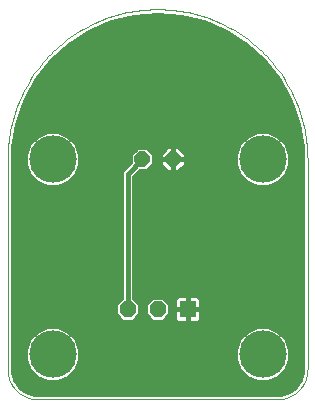
<source format=gbl>
G75*
%MOIN*%
%OFA0B0*%
%FSLAX25Y25*%
%IPPOS*%
%LPD*%
%AMOC8*
5,1,8,0,0,1.08239X$1,22.5*
%
%ADD10OC8,0.05600*%
%ADD11R,0.05600X0.05600*%
%ADD12C,0.00000*%
%ADD13C,0.15811*%
%ADD14OC8,0.05150*%
%ADD15C,0.01600*%
D10*
X0046800Y0054006D03*
X0056800Y0054006D03*
D11*
X0066800Y0054006D03*
D12*
X0096800Y0024006D02*
X0016800Y0024006D01*
X0016558Y0024009D01*
X0016317Y0024018D01*
X0016076Y0024032D01*
X0015835Y0024053D01*
X0015595Y0024079D01*
X0015355Y0024111D01*
X0015116Y0024149D01*
X0014879Y0024192D01*
X0014642Y0024242D01*
X0014407Y0024297D01*
X0014173Y0024357D01*
X0013941Y0024424D01*
X0013710Y0024495D01*
X0013481Y0024573D01*
X0013254Y0024656D01*
X0013029Y0024744D01*
X0012806Y0024838D01*
X0012586Y0024937D01*
X0012368Y0025042D01*
X0012153Y0025151D01*
X0011940Y0025266D01*
X0011730Y0025386D01*
X0011524Y0025511D01*
X0011320Y0025641D01*
X0011119Y0025776D01*
X0010922Y0025916D01*
X0010728Y0026060D01*
X0010538Y0026209D01*
X0010352Y0026363D01*
X0010169Y0026521D01*
X0009990Y0026683D01*
X0009815Y0026850D01*
X0009644Y0027021D01*
X0009477Y0027196D01*
X0009315Y0027375D01*
X0009157Y0027558D01*
X0009003Y0027744D01*
X0008854Y0027934D01*
X0008710Y0028128D01*
X0008570Y0028325D01*
X0008435Y0028526D01*
X0008305Y0028730D01*
X0008180Y0028936D01*
X0008060Y0029146D01*
X0007945Y0029359D01*
X0007836Y0029574D01*
X0007731Y0029792D01*
X0007632Y0030012D01*
X0007538Y0030235D01*
X0007450Y0030460D01*
X0007367Y0030687D01*
X0007289Y0030916D01*
X0007218Y0031147D01*
X0007151Y0031379D01*
X0007091Y0031613D01*
X0007036Y0031848D01*
X0006986Y0032085D01*
X0006943Y0032322D01*
X0006905Y0032561D01*
X0006873Y0032801D01*
X0006847Y0033041D01*
X0006826Y0033282D01*
X0006812Y0033523D01*
X0006803Y0033764D01*
X0006800Y0034006D01*
X0006800Y0104006D01*
X0006815Y0105224D01*
X0006859Y0106440D01*
X0006933Y0107656D01*
X0007037Y0108869D01*
X0007170Y0110079D01*
X0007333Y0111286D01*
X0007525Y0112488D01*
X0007746Y0113686D01*
X0007996Y0114878D01*
X0008275Y0116063D01*
X0008583Y0117241D01*
X0008920Y0118411D01*
X0009285Y0119573D01*
X0009678Y0120725D01*
X0010099Y0121868D01*
X0010548Y0122999D01*
X0011024Y0124120D01*
X0011528Y0125229D01*
X0012058Y0126325D01*
X0012615Y0127408D01*
X0013198Y0128477D01*
X0013806Y0129531D01*
X0014441Y0130571D01*
X0015100Y0131594D01*
X0015784Y0132602D01*
X0016493Y0133592D01*
X0017225Y0134565D01*
X0017981Y0135519D01*
X0018760Y0136455D01*
X0019561Y0137372D01*
X0020385Y0138269D01*
X0021230Y0139145D01*
X0022096Y0140001D01*
X0022983Y0140836D01*
X0023890Y0141648D01*
X0024816Y0142438D01*
X0025762Y0143206D01*
X0026725Y0143950D01*
X0027707Y0144670D01*
X0028706Y0145367D01*
X0029721Y0146039D01*
X0030753Y0146686D01*
X0031800Y0147307D01*
X0032862Y0147903D01*
X0033938Y0148473D01*
X0035027Y0149017D01*
X0036130Y0149533D01*
X0037245Y0150023D01*
X0038371Y0150486D01*
X0039508Y0150921D01*
X0040656Y0151328D01*
X0041813Y0151707D01*
X0042979Y0152058D01*
X0044153Y0152380D01*
X0045335Y0152674D01*
X0046524Y0152939D01*
X0047718Y0153174D01*
X0048918Y0153381D01*
X0050123Y0153558D01*
X0051331Y0153706D01*
X0052543Y0153824D01*
X0053758Y0153913D01*
X0054974Y0153973D01*
X0056191Y0154002D01*
X0057409Y0154002D01*
X0058626Y0153973D01*
X0059842Y0153913D01*
X0061057Y0153824D01*
X0062269Y0153706D01*
X0063477Y0153558D01*
X0064682Y0153381D01*
X0065882Y0153174D01*
X0067076Y0152939D01*
X0068265Y0152674D01*
X0069447Y0152380D01*
X0070621Y0152058D01*
X0071787Y0151707D01*
X0072944Y0151328D01*
X0074092Y0150921D01*
X0075229Y0150486D01*
X0076355Y0150023D01*
X0077470Y0149533D01*
X0078573Y0149017D01*
X0079662Y0148473D01*
X0080738Y0147903D01*
X0081800Y0147307D01*
X0082847Y0146686D01*
X0083879Y0146039D01*
X0084894Y0145367D01*
X0085893Y0144670D01*
X0086875Y0143950D01*
X0087838Y0143206D01*
X0088784Y0142438D01*
X0089710Y0141648D01*
X0090617Y0140836D01*
X0091504Y0140001D01*
X0092370Y0139145D01*
X0093215Y0138269D01*
X0094039Y0137372D01*
X0094840Y0136455D01*
X0095619Y0135519D01*
X0096375Y0134565D01*
X0097107Y0133592D01*
X0097816Y0132602D01*
X0098500Y0131594D01*
X0099159Y0130571D01*
X0099794Y0129531D01*
X0100402Y0128477D01*
X0100985Y0127408D01*
X0101542Y0126325D01*
X0102072Y0125229D01*
X0102576Y0124120D01*
X0103052Y0122999D01*
X0103501Y0121868D01*
X0103922Y0120725D01*
X0104315Y0119573D01*
X0104680Y0118411D01*
X0105017Y0117241D01*
X0105325Y0116063D01*
X0105604Y0114878D01*
X0105854Y0113686D01*
X0106075Y0112488D01*
X0106267Y0111286D01*
X0106430Y0110079D01*
X0106563Y0108869D01*
X0106667Y0107656D01*
X0106741Y0106440D01*
X0106785Y0105224D01*
X0106800Y0104006D01*
X0106800Y0034006D01*
X0106797Y0033764D01*
X0106788Y0033523D01*
X0106774Y0033282D01*
X0106753Y0033041D01*
X0106727Y0032801D01*
X0106695Y0032561D01*
X0106657Y0032322D01*
X0106614Y0032085D01*
X0106564Y0031848D01*
X0106509Y0031613D01*
X0106449Y0031379D01*
X0106382Y0031147D01*
X0106311Y0030916D01*
X0106233Y0030687D01*
X0106150Y0030460D01*
X0106062Y0030235D01*
X0105968Y0030012D01*
X0105869Y0029792D01*
X0105764Y0029574D01*
X0105655Y0029359D01*
X0105540Y0029146D01*
X0105420Y0028936D01*
X0105295Y0028730D01*
X0105165Y0028526D01*
X0105030Y0028325D01*
X0104890Y0028128D01*
X0104746Y0027934D01*
X0104597Y0027744D01*
X0104443Y0027558D01*
X0104285Y0027375D01*
X0104123Y0027196D01*
X0103956Y0027021D01*
X0103785Y0026850D01*
X0103610Y0026683D01*
X0103431Y0026521D01*
X0103248Y0026363D01*
X0103062Y0026209D01*
X0102872Y0026060D01*
X0102678Y0025916D01*
X0102481Y0025776D01*
X0102280Y0025641D01*
X0102076Y0025511D01*
X0101870Y0025386D01*
X0101660Y0025266D01*
X0101447Y0025151D01*
X0101232Y0025042D01*
X0101014Y0024937D01*
X0100794Y0024838D01*
X0100571Y0024744D01*
X0100346Y0024656D01*
X0100119Y0024573D01*
X0099890Y0024495D01*
X0099659Y0024424D01*
X0099427Y0024357D01*
X0099193Y0024297D01*
X0098958Y0024242D01*
X0098721Y0024192D01*
X0098484Y0024149D01*
X0098245Y0024111D01*
X0098005Y0024079D01*
X0097765Y0024053D01*
X0097524Y0024032D01*
X0097283Y0024018D01*
X0097042Y0024009D01*
X0096800Y0024006D01*
D13*
X0091800Y0039006D03*
X0091800Y0104006D03*
X0021800Y0104006D03*
X0021800Y0039006D03*
D14*
X0051721Y0104006D03*
X0061879Y0104006D03*
D15*
X0066254Y0104006D01*
X0066254Y0105818D01*
X0063691Y0108381D01*
X0061879Y0108381D01*
X0061879Y0104006D01*
X0061879Y0104006D01*
X0066254Y0104006D01*
X0066254Y0102194D01*
X0063691Y0099631D01*
X0061879Y0099631D01*
X0061879Y0104006D01*
X0061879Y0104006D01*
X0061879Y0104006D01*
X0061879Y0108381D01*
X0060067Y0108381D01*
X0057504Y0105818D01*
X0057504Y0104006D01*
X0061879Y0104006D01*
X0061879Y0104006D01*
X0061879Y0099631D01*
X0060067Y0099631D01*
X0057504Y0102194D01*
X0057504Y0104006D01*
X0061879Y0104006D01*
X0061879Y0103931D02*
X0061879Y0103931D01*
X0061879Y0102333D02*
X0061879Y0102333D01*
X0061879Y0100734D02*
X0061879Y0100734D01*
X0064794Y0100734D02*
X0083083Y0100734D01*
X0082494Y0102155D02*
X0083911Y0098735D01*
X0086529Y0096117D01*
X0089949Y0094700D01*
X0093651Y0094700D01*
X0097071Y0096117D01*
X0099689Y0098735D01*
X0101105Y0102155D01*
X0101105Y0105857D01*
X0099689Y0109277D01*
X0097071Y0111895D01*
X0093651Y0113311D01*
X0089949Y0113311D01*
X0086529Y0111895D01*
X0083911Y0109277D01*
X0082494Y0105857D01*
X0082494Y0102155D01*
X0082494Y0102333D02*
X0066254Y0102333D01*
X0066254Y0103931D02*
X0082494Y0103931D01*
X0082494Y0105530D02*
X0066254Y0105530D01*
X0064943Y0107128D02*
X0083021Y0107128D01*
X0083683Y0108727D02*
X0029917Y0108727D01*
X0029689Y0109277D02*
X0027071Y0111895D01*
X0023651Y0113311D01*
X0019949Y0113311D01*
X0016529Y0111895D01*
X0013911Y0109277D01*
X0012494Y0105857D01*
X0012494Y0102155D01*
X0013911Y0098735D01*
X0016529Y0096117D01*
X0019949Y0094700D01*
X0023651Y0094700D01*
X0027071Y0096117D01*
X0029689Y0098735D01*
X0031105Y0102155D01*
X0031105Y0105857D01*
X0029689Y0109277D01*
X0028640Y0110326D02*
X0084960Y0110326D01*
X0086600Y0111924D02*
X0027000Y0111924D01*
X0030579Y0107128D02*
X0049223Y0107128D01*
X0050075Y0107981D02*
X0047746Y0105652D01*
X0047746Y0103142D01*
X0044600Y0099996D01*
X0044600Y0057746D01*
X0042600Y0055746D01*
X0042600Y0052266D01*
X0045060Y0049806D01*
X0048540Y0049806D01*
X0051000Y0052266D01*
X0051000Y0055746D01*
X0049000Y0057746D01*
X0049000Y0098173D01*
X0050858Y0100031D01*
X0053368Y0100031D01*
X0055696Y0102359D01*
X0055696Y0105652D01*
X0053368Y0107981D01*
X0050075Y0107981D01*
X0047746Y0105530D02*
X0031105Y0105530D01*
X0031105Y0103931D02*
X0047746Y0103931D01*
X0046937Y0102333D02*
X0031105Y0102333D01*
X0030517Y0100734D02*
X0045339Y0100734D01*
X0044600Y0099136D02*
X0029855Y0099136D01*
X0028491Y0097537D02*
X0044600Y0097537D01*
X0044600Y0095939D02*
X0026641Y0095939D01*
X0016959Y0095939D02*
X0008600Y0095939D01*
X0008600Y0097537D02*
X0015109Y0097537D01*
X0013745Y0099136D02*
X0008600Y0099136D01*
X0008600Y0100734D02*
X0013083Y0100734D01*
X0012494Y0102333D02*
X0008600Y0102333D01*
X0008600Y0103931D02*
X0012494Y0103931D01*
X0012494Y0105530D02*
X0008663Y0105530D01*
X0008600Y0104006D02*
X0008765Y0107986D01*
X0010075Y0115838D01*
X0012660Y0123368D01*
X0016449Y0130369D01*
X0021338Y0136651D01*
X0027195Y0142042D01*
X0033859Y0146397D01*
X0041149Y0149594D01*
X0048867Y0151549D01*
X0056800Y0152206D01*
X0064733Y0151549D01*
X0072451Y0149594D01*
X0079741Y0146397D01*
X0086405Y0142042D01*
X0092262Y0136651D01*
X0097151Y0130369D01*
X0100940Y0123368D01*
X0103525Y0115838D01*
X0104835Y0107986D01*
X0105000Y0104006D01*
X0105000Y0034006D01*
X0104899Y0032723D01*
X0104106Y0030283D01*
X0102598Y0028208D01*
X0100523Y0026700D01*
X0098083Y0025907D01*
X0096800Y0025806D01*
X0016800Y0025806D01*
X0015517Y0025907D01*
X0013077Y0026700D01*
X0011002Y0028208D01*
X0009494Y0030283D01*
X0008701Y0032723D01*
X0008600Y0034006D01*
X0008600Y0104006D01*
X0008729Y0107128D02*
X0013021Y0107128D01*
X0013683Y0108727D02*
X0008888Y0108727D01*
X0009155Y0110326D02*
X0014960Y0110326D01*
X0016600Y0111924D02*
X0009422Y0111924D01*
X0009688Y0113523D02*
X0103912Y0113523D01*
X0103645Y0115121D02*
X0009955Y0115121D01*
X0010377Y0116720D02*
X0103223Y0116720D01*
X0102674Y0118318D02*
X0010926Y0118318D01*
X0011475Y0119917D02*
X0102125Y0119917D01*
X0101576Y0121515D02*
X0012024Y0121515D01*
X0012573Y0123114D02*
X0101027Y0123114D01*
X0100213Y0124712D02*
X0013387Y0124712D01*
X0014252Y0126311D02*
X0099348Y0126311D01*
X0098483Y0127909D02*
X0015117Y0127909D01*
X0015983Y0129508D02*
X0097617Y0129508D01*
X0096578Y0131106D02*
X0017022Y0131106D01*
X0018267Y0132705D02*
X0095333Y0132705D01*
X0094089Y0134303D02*
X0019511Y0134303D01*
X0020755Y0135902D02*
X0092845Y0135902D01*
X0091339Y0137500D02*
X0022261Y0137500D01*
X0023997Y0139099D02*
X0089603Y0139099D01*
X0087866Y0140697D02*
X0025734Y0140697D01*
X0027583Y0142296D02*
X0086017Y0142296D01*
X0086405Y0142042D02*
X0086405Y0142042D01*
X0083571Y0143894D02*
X0030029Y0143894D01*
X0032476Y0145493D02*
X0081124Y0145493D01*
X0078157Y0147091D02*
X0035443Y0147091D01*
X0039087Y0148690D02*
X0074513Y0148690D01*
X0069710Y0150288D02*
X0043890Y0150288D01*
X0052949Y0151887D02*
X0060651Y0151887D01*
X0061879Y0107128D02*
X0061879Y0107128D01*
X0061879Y0105530D02*
X0061879Y0105530D01*
X0058814Y0107128D02*
X0054220Y0107128D01*
X0055696Y0105530D02*
X0057504Y0105530D01*
X0057504Y0103931D02*
X0055696Y0103931D01*
X0055670Y0102333D02*
X0057504Y0102333D01*
X0058963Y0100734D02*
X0054071Y0100734D01*
X0051721Y0104006D02*
X0046800Y0099085D01*
X0046800Y0054006D01*
X0049914Y0051181D02*
X0053686Y0051181D01*
X0052600Y0052266D02*
X0055060Y0049806D01*
X0058540Y0049806D01*
X0061000Y0052266D01*
X0061000Y0055746D01*
X0058540Y0058206D01*
X0055060Y0058206D01*
X0052600Y0055746D01*
X0052600Y0052266D01*
X0052600Y0052779D02*
X0051000Y0052779D01*
X0051000Y0054378D02*
X0052600Y0054378D01*
X0052831Y0055976D02*
X0050769Y0055976D01*
X0049171Y0057575D02*
X0054429Y0057575D01*
X0049000Y0059173D02*
X0105000Y0059173D01*
X0105000Y0057575D02*
X0071235Y0057575D01*
X0071277Y0057501D02*
X0071040Y0057911D01*
X0070705Y0058246D01*
X0070295Y0058483D01*
X0069837Y0058606D01*
X0066800Y0058606D01*
X0066800Y0054006D01*
X0066800Y0054006D01*
X0066800Y0058606D01*
X0063763Y0058606D01*
X0063305Y0058483D01*
X0062895Y0058246D01*
X0062560Y0057911D01*
X0062323Y0057501D01*
X0062200Y0057043D01*
X0062200Y0054006D01*
X0066800Y0054006D01*
X0071400Y0054006D01*
X0071400Y0057043D01*
X0071277Y0057501D01*
X0071400Y0055976D02*
X0105000Y0055976D01*
X0105000Y0054378D02*
X0071400Y0054378D01*
X0071400Y0054006D02*
X0066800Y0054006D01*
X0066800Y0054006D01*
X0066800Y0054006D01*
X0062200Y0054006D01*
X0062200Y0050969D01*
X0062323Y0050511D01*
X0062560Y0050101D01*
X0062895Y0049766D01*
X0063305Y0049529D01*
X0063763Y0049406D01*
X0066800Y0049406D01*
X0069837Y0049406D01*
X0070295Y0049529D01*
X0070705Y0049766D01*
X0071040Y0050101D01*
X0071277Y0050511D01*
X0071400Y0050969D01*
X0071400Y0054006D01*
X0071400Y0052779D02*
X0105000Y0052779D01*
X0105000Y0051181D02*
X0071400Y0051181D01*
X0070387Y0049582D02*
X0105000Y0049582D01*
X0105000Y0047984D02*
X0094442Y0047984D01*
X0093651Y0048311D02*
X0089949Y0048311D01*
X0086529Y0046895D01*
X0083911Y0044277D01*
X0082494Y0040857D01*
X0082494Y0037155D01*
X0083911Y0033735D01*
X0086529Y0031117D01*
X0089949Y0029700D01*
X0093651Y0029700D01*
X0097071Y0031117D01*
X0099689Y0033735D01*
X0101105Y0037155D01*
X0101105Y0040857D01*
X0099689Y0044277D01*
X0097071Y0046895D01*
X0093651Y0048311D01*
X0097581Y0046385D02*
X0105000Y0046385D01*
X0105000Y0044787D02*
X0099179Y0044787D01*
X0100140Y0043188D02*
X0105000Y0043188D01*
X0105000Y0041590D02*
X0100802Y0041590D01*
X0101105Y0039991D02*
X0105000Y0039991D01*
X0105000Y0038393D02*
X0101105Y0038393D01*
X0100956Y0036794D02*
X0105000Y0036794D01*
X0105000Y0035195D02*
X0100294Y0035195D01*
X0099551Y0033597D02*
X0104968Y0033597D01*
X0104664Y0031998D02*
X0097953Y0031998D01*
X0095340Y0030400D02*
X0104144Y0030400D01*
X0103030Y0028801D02*
X0010570Y0028801D01*
X0009456Y0030400D02*
X0018260Y0030400D01*
X0019949Y0029700D02*
X0023651Y0029700D01*
X0027071Y0031117D01*
X0029689Y0033735D01*
X0031105Y0037155D01*
X0031105Y0040857D01*
X0029689Y0044277D01*
X0027071Y0046895D01*
X0023651Y0048311D01*
X0019949Y0048311D01*
X0016529Y0046895D01*
X0013911Y0044277D01*
X0012494Y0040857D01*
X0012494Y0037155D01*
X0013911Y0033735D01*
X0016529Y0031117D01*
X0019949Y0029700D01*
X0015647Y0031998D02*
X0008936Y0031998D01*
X0008632Y0033597D02*
X0014049Y0033597D01*
X0013306Y0035195D02*
X0008600Y0035195D01*
X0008600Y0036794D02*
X0012644Y0036794D01*
X0012494Y0038393D02*
X0008600Y0038393D01*
X0008600Y0039991D02*
X0012494Y0039991D01*
X0012798Y0041590D02*
X0008600Y0041590D01*
X0008600Y0043188D02*
X0013460Y0043188D01*
X0014421Y0044787D02*
X0008600Y0044787D01*
X0008600Y0046385D02*
X0016019Y0046385D01*
X0019158Y0047984D02*
X0008600Y0047984D01*
X0008600Y0049582D02*
X0063213Y0049582D01*
X0062200Y0051181D02*
X0059914Y0051181D01*
X0061000Y0052779D02*
X0062200Y0052779D01*
X0062200Y0054378D02*
X0061000Y0054378D01*
X0060769Y0055976D02*
X0062200Y0055976D01*
X0062365Y0057575D02*
X0059171Y0057575D01*
X0066800Y0057575D02*
X0066800Y0057575D01*
X0066800Y0055976D02*
X0066800Y0055976D01*
X0066800Y0054378D02*
X0066800Y0054378D01*
X0066800Y0054006D02*
X0066800Y0049406D01*
X0066800Y0054006D01*
X0066800Y0054006D01*
X0066800Y0052779D02*
X0066800Y0052779D01*
X0066800Y0051181D02*
X0066800Y0051181D01*
X0066800Y0049582D02*
X0066800Y0049582D01*
X0082798Y0041590D02*
X0030802Y0041590D01*
X0031105Y0039991D02*
X0082494Y0039991D01*
X0082494Y0038393D02*
X0031105Y0038393D01*
X0030956Y0036794D02*
X0082644Y0036794D01*
X0083306Y0035195D02*
X0030294Y0035195D01*
X0029551Y0033597D02*
X0084049Y0033597D01*
X0085647Y0031998D02*
X0027953Y0031998D01*
X0025340Y0030400D02*
X0088260Y0030400D01*
X0083460Y0043188D02*
X0030140Y0043188D01*
X0029179Y0044787D02*
X0084421Y0044787D01*
X0086019Y0046385D02*
X0027581Y0046385D01*
X0024442Y0047984D02*
X0089158Y0047984D01*
X0101215Y0027203D02*
X0012385Y0027203D01*
X0008600Y0051181D02*
X0043686Y0051181D01*
X0042600Y0052779D02*
X0008600Y0052779D01*
X0008600Y0054378D02*
X0042600Y0054378D01*
X0042831Y0055976D02*
X0008600Y0055976D01*
X0008600Y0057575D02*
X0044429Y0057575D01*
X0044600Y0059173D02*
X0008600Y0059173D01*
X0008600Y0060772D02*
X0044600Y0060772D01*
X0044600Y0062370D02*
X0008600Y0062370D01*
X0008600Y0063969D02*
X0044600Y0063969D01*
X0044600Y0065567D02*
X0008600Y0065567D01*
X0008600Y0067166D02*
X0044600Y0067166D01*
X0044600Y0068764D02*
X0008600Y0068764D01*
X0008600Y0070363D02*
X0044600Y0070363D01*
X0044600Y0071961D02*
X0008600Y0071961D01*
X0008600Y0073560D02*
X0044600Y0073560D01*
X0044600Y0075158D02*
X0008600Y0075158D01*
X0008600Y0076757D02*
X0044600Y0076757D01*
X0044600Y0078355D02*
X0008600Y0078355D01*
X0008600Y0079954D02*
X0044600Y0079954D01*
X0044600Y0081552D02*
X0008600Y0081552D01*
X0008600Y0083151D02*
X0044600Y0083151D01*
X0044600Y0084749D02*
X0008600Y0084749D01*
X0008600Y0086348D02*
X0044600Y0086348D01*
X0044600Y0087946D02*
X0008600Y0087946D01*
X0008600Y0089545D02*
X0044600Y0089545D01*
X0044600Y0091143D02*
X0008600Y0091143D01*
X0008600Y0092742D02*
X0044600Y0092742D01*
X0044600Y0094340D02*
X0008600Y0094340D01*
X0049000Y0094340D02*
X0105000Y0094340D01*
X0105000Y0092742D02*
X0049000Y0092742D01*
X0049000Y0091143D02*
X0105000Y0091143D01*
X0105000Y0089545D02*
X0049000Y0089545D01*
X0049000Y0087946D02*
X0105000Y0087946D01*
X0105000Y0086348D02*
X0049000Y0086348D01*
X0049000Y0084749D02*
X0105000Y0084749D01*
X0105000Y0083151D02*
X0049000Y0083151D01*
X0049000Y0081552D02*
X0105000Y0081552D01*
X0105000Y0079954D02*
X0049000Y0079954D01*
X0049000Y0078355D02*
X0105000Y0078355D01*
X0105000Y0076757D02*
X0049000Y0076757D01*
X0049000Y0075158D02*
X0105000Y0075158D01*
X0105000Y0073560D02*
X0049000Y0073560D01*
X0049000Y0071961D02*
X0105000Y0071961D01*
X0105000Y0070363D02*
X0049000Y0070363D01*
X0049000Y0068764D02*
X0105000Y0068764D01*
X0105000Y0067166D02*
X0049000Y0067166D01*
X0049000Y0065567D02*
X0105000Y0065567D01*
X0105000Y0063969D02*
X0049000Y0063969D01*
X0049000Y0062370D02*
X0105000Y0062370D01*
X0105000Y0060772D02*
X0049000Y0060772D01*
X0049000Y0095939D02*
X0086959Y0095939D01*
X0085109Y0097537D02*
X0049000Y0097537D01*
X0049963Y0099136D02*
X0083745Y0099136D01*
X0096641Y0095939D02*
X0105000Y0095939D01*
X0105000Y0097537D02*
X0098491Y0097537D01*
X0099855Y0099136D02*
X0105000Y0099136D01*
X0105000Y0100734D02*
X0100517Y0100734D01*
X0101105Y0102333D02*
X0105000Y0102333D01*
X0105000Y0103931D02*
X0101105Y0103931D01*
X0101105Y0105530D02*
X0104937Y0105530D01*
X0104871Y0107128D02*
X0100579Y0107128D01*
X0099917Y0108727D02*
X0104712Y0108727D01*
X0104445Y0110326D02*
X0098640Y0110326D01*
X0097000Y0111924D02*
X0104178Y0111924D01*
M02*

</source>
